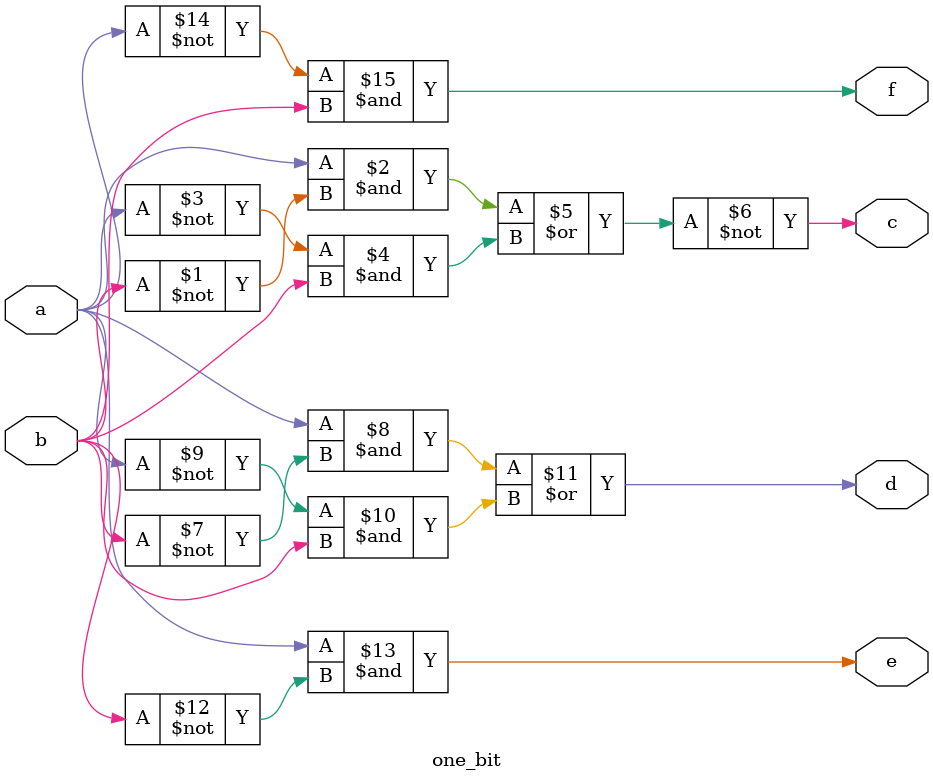
<source format=v>
`timescale 1ns / 1ps

module one_bit (a, b, c, d, e, f);
    input a, b;
    output c, d, e, f;

    assign c = ~((a&(~b)) | ((~a)&b));
    assign d = (a&(~b)) | ((~a)&b);
    assign e = a & (~b);
    assign f = (~a) & b;
    
endmodule


</source>
